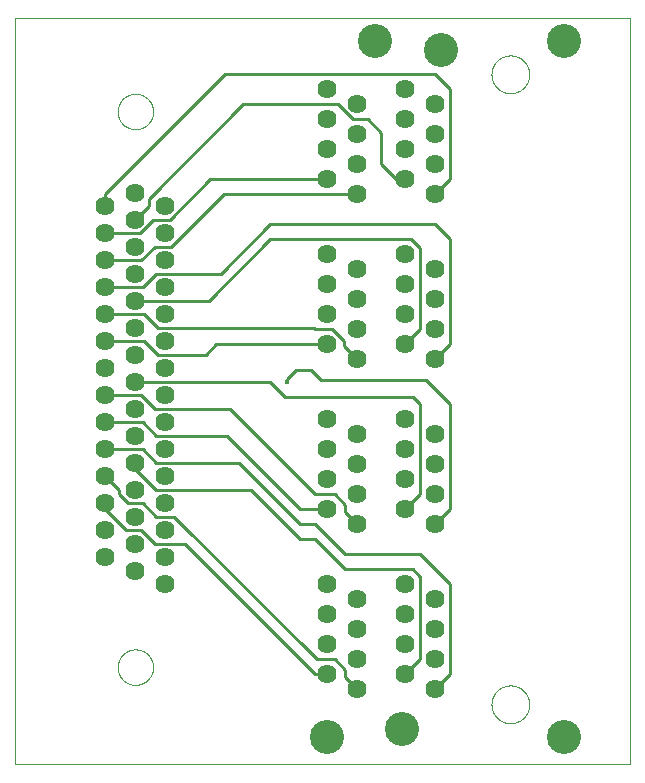
<source format=gtl>
G75*
%MOIN*%
%OFA0B0*%
%FSLAX25Y25*%
%IPPOS*%
%LPD*%
%AMOC8*
5,1,8,0,0,1.08239X$1,22.5*
%
%ADD10C,0.00000*%
%ADD11C,0.06378*%
%ADD12C,0.11339*%
%ADD13C,0.01000*%
%ADD14C,0.01781*%
D10*
X0030619Y0001000D02*
X0030619Y0249701D01*
X0235540Y0249701D01*
X0235540Y0001000D01*
X0030619Y0001000D01*
X0064713Y0033402D02*
X0064715Y0033555D01*
X0064721Y0033709D01*
X0064731Y0033862D01*
X0064745Y0034014D01*
X0064763Y0034167D01*
X0064785Y0034318D01*
X0064810Y0034469D01*
X0064840Y0034620D01*
X0064874Y0034770D01*
X0064911Y0034918D01*
X0064952Y0035066D01*
X0064997Y0035212D01*
X0065046Y0035358D01*
X0065099Y0035502D01*
X0065155Y0035644D01*
X0065215Y0035785D01*
X0065279Y0035925D01*
X0065346Y0036063D01*
X0065417Y0036199D01*
X0065492Y0036333D01*
X0065569Y0036465D01*
X0065651Y0036595D01*
X0065735Y0036723D01*
X0065823Y0036849D01*
X0065914Y0036972D01*
X0066008Y0037093D01*
X0066106Y0037211D01*
X0066206Y0037327D01*
X0066310Y0037440D01*
X0066416Y0037551D01*
X0066525Y0037659D01*
X0066637Y0037764D01*
X0066751Y0037865D01*
X0066869Y0037964D01*
X0066988Y0038060D01*
X0067110Y0038153D01*
X0067235Y0038242D01*
X0067362Y0038329D01*
X0067491Y0038411D01*
X0067622Y0038491D01*
X0067755Y0038567D01*
X0067890Y0038640D01*
X0068027Y0038709D01*
X0068166Y0038774D01*
X0068306Y0038836D01*
X0068448Y0038894D01*
X0068591Y0038949D01*
X0068736Y0039000D01*
X0068882Y0039047D01*
X0069029Y0039090D01*
X0069177Y0039129D01*
X0069326Y0039165D01*
X0069476Y0039196D01*
X0069627Y0039224D01*
X0069778Y0039248D01*
X0069931Y0039268D01*
X0070083Y0039284D01*
X0070236Y0039296D01*
X0070389Y0039304D01*
X0070542Y0039308D01*
X0070696Y0039308D01*
X0070849Y0039304D01*
X0071002Y0039296D01*
X0071155Y0039284D01*
X0071307Y0039268D01*
X0071460Y0039248D01*
X0071611Y0039224D01*
X0071762Y0039196D01*
X0071912Y0039165D01*
X0072061Y0039129D01*
X0072209Y0039090D01*
X0072356Y0039047D01*
X0072502Y0039000D01*
X0072647Y0038949D01*
X0072790Y0038894D01*
X0072932Y0038836D01*
X0073072Y0038774D01*
X0073211Y0038709D01*
X0073348Y0038640D01*
X0073483Y0038567D01*
X0073616Y0038491D01*
X0073747Y0038411D01*
X0073876Y0038329D01*
X0074003Y0038242D01*
X0074128Y0038153D01*
X0074250Y0038060D01*
X0074369Y0037964D01*
X0074487Y0037865D01*
X0074601Y0037764D01*
X0074713Y0037659D01*
X0074822Y0037551D01*
X0074928Y0037440D01*
X0075032Y0037327D01*
X0075132Y0037211D01*
X0075230Y0037093D01*
X0075324Y0036972D01*
X0075415Y0036849D01*
X0075503Y0036723D01*
X0075587Y0036595D01*
X0075669Y0036465D01*
X0075746Y0036333D01*
X0075821Y0036199D01*
X0075892Y0036063D01*
X0075959Y0035925D01*
X0076023Y0035785D01*
X0076083Y0035644D01*
X0076139Y0035502D01*
X0076192Y0035358D01*
X0076241Y0035212D01*
X0076286Y0035066D01*
X0076327Y0034918D01*
X0076364Y0034770D01*
X0076398Y0034620D01*
X0076428Y0034469D01*
X0076453Y0034318D01*
X0076475Y0034167D01*
X0076493Y0034014D01*
X0076507Y0033862D01*
X0076517Y0033709D01*
X0076523Y0033555D01*
X0076525Y0033402D01*
X0076523Y0033249D01*
X0076517Y0033095D01*
X0076507Y0032942D01*
X0076493Y0032790D01*
X0076475Y0032637D01*
X0076453Y0032486D01*
X0076428Y0032335D01*
X0076398Y0032184D01*
X0076364Y0032034D01*
X0076327Y0031886D01*
X0076286Y0031738D01*
X0076241Y0031592D01*
X0076192Y0031446D01*
X0076139Y0031302D01*
X0076083Y0031160D01*
X0076023Y0031019D01*
X0075959Y0030879D01*
X0075892Y0030741D01*
X0075821Y0030605D01*
X0075746Y0030471D01*
X0075669Y0030339D01*
X0075587Y0030209D01*
X0075503Y0030081D01*
X0075415Y0029955D01*
X0075324Y0029832D01*
X0075230Y0029711D01*
X0075132Y0029593D01*
X0075032Y0029477D01*
X0074928Y0029364D01*
X0074822Y0029253D01*
X0074713Y0029145D01*
X0074601Y0029040D01*
X0074487Y0028939D01*
X0074369Y0028840D01*
X0074250Y0028744D01*
X0074128Y0028651D01*
X0074003Y0028562D01*
X0073876Y0028475D01*
X0073747Y0028393D01*
X0073616Y0028313D01*
X0073483Y0028237D01*
X0073348Y0028164D01*
X0073211Y0028095D01*
X0073072Y0028030D01*
X0072932Y0027968D01*
X0072790Y0027910D01*
X0072647Y0027855D01*
X0072502Y0027804D01*
X0072356Y0027757D01*
X0072209Y0027714D01*
X0072061Y0027675D01*
X0071912Y0027639D01*
X0071762Y0027608D01*
X0071611Y0027580D01*
X0071460Y0027556D01*
X0071307Y0027536D01*
X0071155Y0027520D01*
X0071002Y0027508D01*
X0070849Y0027500D01*
X0070696Y0027496D01*
X0070542Y0027496D01*
X0070389Y0027500D01*
X0070236Y0027508D01*
X0070083Y0027520D01*
X0069931Y0027536D01*
X0069778Y0027556D01*
X0069627Y0027580D01*
X0069476Y0027608D01*
X0069326Y0027639D01*
X0069177Y0027675D01*
X0069029Y0027714D01*
X0068882Y0027757D01*
X0068736Y0027804D01*
X0068591Y0027855D01*
X0068448Y0027910D01*
X0068306Y0027968D01*
X0068166Y0028030D01*
X0068027Y0028095D01*
X0067890Y0028164D01*
X0067755Y0028237D01*
X0067622Y0028313D01*
X0067491Y0028393D01*
X0067362Y0028475D01*
X0067235Y0028562D01*
X0067110Y0028651D01*
X0066988Y0028744D01*
X0066869Y0028840D01*
X0066751Y0028939D01*
X0066637Y0029040D01*
X0066525Y0029145D01*
X0066416Y0029253D01*
X0066310Y0029364D01*
X0066206Y0029477D01*
X0066106Y0029593D01*
X0066008Y0029711D01*
X0065914Y0029832D01*
X0065823Y0029955D01*
X0065735Y0030081D01*
X0065651Y0030209D01*
X0065569Y0030339D01*
X0065492Y0030471D01*
X0065417Y0030605D01*
X0065346Y0030741D01*
X0065279Y0030879D01*
X0065215Y0031019D01*
X0065155Y0031160D01*
X0065099Y0031302D01*
X0065046Y0031446D01*
X0064997Y0031592D01*
X0064952Y0031738D01*
X0064911Y0031886D01*
X0064874Y0032034D01*
X0064840Y0032184D01*
X0064810Y0032335D01*
X0064785Y0032486D01*
X0064763Y0032637D01*
X0064745Y0032790D01*
X0064731Y0032942D01*
X0064721Y0033095D01*
X0064715Y0033249D01*
X0064713Y0033402D01*
X0189320Y0021000D02*
X0189322Y0021158D01*
X0189328Y0021316D01*
X0189338Y0021474D01*
X0189352Y0021632D01*
X0189370Y0021789D01*
X0189391Y0021946D01*
X0189417Y0022102D01*
X0189447Y0022258D01*
X0189480Y0022413D01*
X0189518Y0022566D01*
X0189559Y0022719D01*
X0189604Y0022871D01*
X0189653Y0023022D01*
X0189706Y0023171D01*
X0189762Y0023319D01*
X0189822Y0023465D01*
X0189886Y0023610D01*
X0189954Y0023753D01*
X0190025Y0023895D01*
X0190099Y0024035D01*
X0190177Y0024172D01*
X0190259Y0024308D01*
X0190343Y0024442D01*
X0190432Y0024573D01*
X0190523Y0024702D01*
X0190618Y0024829D01*
X0190715Y0024954D01*
X0190816Y0025076D01*
X0190920Y0025195D01*
X0191027Y0025312D01*
X0191137Y0025426D01*
X0191250Y0025537D01*
X0191365Y0025646D01*
X0191483Y0025751D01*
X0191604Y0025853D01*
X0191727Y0025953D01*
X0191853Y0026049D01*
X0191981Y0026142D01*
X0192111Y0026232D01*
X0192244Y0026318D01*
X0192379Y0026402D01*
X0192515Y0026481D01*
X0192654Y0026558D01*
X0192795Y0026630D01*
X0192937Y0026700D01*
X0193081Y0026765D01*
X0193227Y0026827D01*
X0193374Y0026885D01*
X0193523Y0026940D01*
X0193673Y0026991D01*
X0193824Y0027038D01*
X0193976Y0027081D01*
X0194129Y0027120D01*
X0194284Y0027156D01*
X0194439Y0027187D01*
X0194595Y0027215D01*
X0194751Y0027239D01*
X0194908Y0027259D01*
X0195066Y0027275D01*
X0195223Y0027287D01*
X0195382Y0027295D01*
X0195540Y0027299D01*
X0195698Y0027299D01*
X0195856Y0027295D01*
X0196015Y0027287D01*
X0196172Y0027275D01*
X0196330Y0027259D01*
X0196487Y0027239D01*
X0196643Y0027215D01*
X0196799Y0027187D01*
X0196954Y0027156D01*
X0197109Y0027120D01*
X0197262Y0027081D01*
X0197414Y0027038D01*
X0197565Y0026991D01*
X0197715Y0026940D01*
X0197864Y0026885D01*
X0198011Y0026827D01*
X0198157Y0026765D01*
X0198301Y0026700D01*
X0198443Y0026630D01*
X0198584Y0026558D01*
X0198723Y0026481D01*
X0198859Y0026402D01*
X0198994Y0026318D01*
X0199127Y0026232D01*
X0199257Y0026142D01*
X0199385Y0026049D01*
X0199511Y0025953D01*
X0199634Y0025853D01*
X0199755Y0025751D01*
X0199873Y0025646D01*
X0199988Y0025537D01*
X0200101Y0025426D01*
X0200211Y0025312D01*
X0200318Y0025195D01*
X0200422Y0025076D01*
X0200523Y0024954D01*
X0200620Y0024829D01*
X0200715Y0024702D01*
X0200806Y0024573D01*
X0200895Y0024442D01*
X0200979Y0024308D01*
X0201061Y0024172D01*
X0201139Y0024035D01*
X0201213Y0023895D01*
X0201284Y0023753D01*
X0201352Y0023610D01*
X0201416Y0023465D01*
X0201476Y0023319D01*
X0201532Y0023171D01*
X0201585Y0023022D01*
X0201634Y0022871D01*
X0201679Y0022719D01*
X0201720Y0022566D01*
X0201758Y0022413D01*
X0201791Y0022258D01*
X0201821Y0022102D01*
X0201847Y0021946D01*
X0201868Y0021789D01*
X0201886Y0021632D01*
X0201900Y0021474D01*
X0201910Y0021316D01*
X0201916Y0021158D01*
X0201918Y0021000D01*
X0201916Y0020842D01*
X0201910Y0020684D01*
X0201900Y0020526D01*
X0201886Y0020368D01*
X0201868Y0020211D01*
X0201847Y0020054D01*
X0201821Y0019898D01*
X0201791Y0019742D01*
X0201758Y0019587D01*
X0201720Y0019434D01*
X0201679Y0019281D01*
X0201634Y0019129D01*
X0201585Y0018978D01*
X0201532Y0018829D01*
X0201476Y0018681D01*
X0201416Y0018535D01*
X0201352Y0018390D01*
X0201284Y0018247D01*
X0201213Y0018105D01*
X0201139Y0017965D01*
X0201061Y0017828D01*
X0200979Y0017692D01*
X0200895Y0017558D01*
X0200806Y0017427D01*
X0200715Y0017298D01*
X0200620Y0017171D01*
X0200523Y0017046D01*
X0200422Y0016924D01*
X0200318Y0016805D01*
X0200211Y0016688D01*
X0200101Y0016574D01*
X0199988Y0016463D01*
X0199873Y0016354D01*
X0199755Y0016249D01*
X0199634Y0016147D01*
X0199511Y0016047D01*
X0199385Y0015951D01*
X0199257Y0015858D01*
X0199127Y0015768D01*
X0198994Y0015682D01*
X0198859Y0015598D01*
X0198723Y0015519D01*
X0198584Y0015442D01*
X0198443Y0015370D01*
X0198301Y0015300D01*
X0198157Y0015235D01*
X0198011Y0015173D01*
X0197864Y0015115D01*
X0197715Y0015060D01*
X0197565Y0015009D01*
X0197414Y0014962D01*
X0197262Y0014919D01*
X0197109Y0014880D01*
X0196954Y0014844D01*
X0196799Y0014813D01*
X0196643Y0014785D01*
X0196487Y0014761D01*
X0196330Y0014741D01*
X0196172Y0014725D01*
X0196015Y0014713D01*
X0195856Y0014705D01*
X0195698Y0014701D01*
X0195540Y0014701D01*
X0195382Y0014705D01*
X0195223Y0014713D01*
X0195066Y0014725D01*
X0194908Y0014741D01*
X0194751Y0014761D01*
X0194595Y0014785D01*
X0194439Y0014813D01*
X0194284Y0014844D01*
X0194129Y0014880D01*
X0193976Y0014919D01*
X0193824Y0014962D01*
X0193673Y0015009D01*
X0193523Y0015060D01*
X0193374Y0015115D01*
X0193227Y0015173D01*
X0193081Y0015235D01*
X0192937Y0015300D01*
X0192795Y0015370D01*
X0192654Y0015442D01*
X0192515Y0015519D01*
X0192379Y0015598D01*
X0192244Y0015682D01*
X0192111Y0015768D01*
X0191981Y0015858D01*
X0191853Y0015951D01*
X0191727Y0016047D01*
X0191604Y0016147D01*
X0191483Y0016249D01*
X0191365Y0016354D01*
X0191250Y0016463D01*
X0191137Y0016574D01*
X0191027Y0016688D01*
X0190920Y0016805D01*
X0190816Y0016924D01*
X0190715Y0017046D01*
X0190618Y0017171D01*
X0190523Y0017298D01*
X0190432Y0017427D01*
X0190343Y0017558D01*
X0190259Y0017692D01*
X0190177Y0017828D01*
X0190099Y0017965D01*
X0190025Y0018105D01*
X0189954Y0018247D01*
X0189886Y0018390D01*
X0189822Y0018535D01*
X0189762Y0018681D01*
X0189706Y0018829D01*
X0189653Y0018978D01*
X0189604Y0019129D01*
X0189559Y0019281D01*
X0189518Y0019434D01*
X0189480Y0019587D01*
X0189447Y0019742D01*
X0189417Y0019898D01*
X0189391Y0020054D01*
X0189370Y0020211D01*
X0189352Y0020368D01*
X0189338Y0020526D01*
X0189328Y0020684D01*
X0189322Y0020842D01*
X0189320Y0021000D01*
X0064713Y0218598D02*
X0064715Y0218751D01*
X0064721Y0218905D01*
X0064731Y0219058D01*
X0064745Y0219210D01*
X0064763Y0219363D01*
X0064785Y0219514D01*
X0064810Y0219665D01*
X0064840Y0219816D01*
X0064874Y0219966D01*
X0064911Y0220114D01*
X0064952Y0220262D01*
X0064997Y0220408D01*
X0065046Y0220554D01*
X0065099Y0220698D01*
X0065155Y0220840D01*
X0065215Y0220981D01*
X0065279Y0221121D01*
X0065346Y0221259D01*
X0065417Y0221395D01*
X0065492Y0221529D01*
X0065569Y0221661D01*
X0065651Y0221791D01*
X0065735Y0221919D01*
X0065823Y0222045D01*
X0065914Y0222168D01*
X0066008Y0222289D01*
X0066106Y0222407D01*
X0066206Y0222523D01*
X0066310Y0222636D01*
X0066416Y0222747D01*
X0066525Y0222855D01*
X0066637Y0222960D01*
X0066751Y0223061D01*
X0066869Y0223160D01*
X0066988Y0223256D01*
X0067110Y0223349D01*
X0067235Y0223438D01*
X0067362Y0223525D01*
X0067491Y0223607D01*
X0067622Y0223687D01*
X0067755Y0223763D01*
X0067890Y0223836D01*
X0068027Y0223905D01*
X0068166Y0223970D01*
X0068306Y0224032D01*
X0068448Y0224090D01*
X0068591Y0224145D01*
X0068736Y0224196D01*
X0068882Y0224243D01*
X0069029Y0224286D01*
X0069177Y0224325D01*
X0069326Y0224361D01*
X0069476Y0224392D01*
X0069627Y0224420D01*
X0069778Y0224444D01*
X0069931Y0224464D01*
X0070083Y0224480D01*
X0070236Y0224492D01*
X0070389Y0224500D01*
X0070542Y0224504D01*
X0070696Y0224504D01*
X0070849Y0224500D01*
X0071002Y0224492D01*
X0071155Y0224480D01*
X0071307Y0224464D01*
X0071460Y0224444D01*
X0071611Y0224420D01*
X0071762Y0224392D01*
X0071912Y0224361D01*
X0072061Y0224325D01*
X0072209Y0224286D01*
X0072356Y0224243D01*
X0072502Y0224196D01*
X0072647Y0224145D01*
X0072790Y0224090D01*
X0072932Y0224032D01*
X0073072Y0223970D01*
X0073211Y0223905D01*
X0073348Y0223836D01*
X0073483Y0223763D01*
X0073616Y0223687D01*
X0073747Y0223607D01*
X0073876Y0223525D01*
X0074003Y0223438D01*
X0074128Y0223349D01*
X0074250Y0223256D01*
X0074369Y0223160D01*
X0074487Y0223061D01*
X0074601Y0222960D01*
X0074713Y0222855D01*
X0074822Y0222747D01*
X0074928Y0222636D01*
X0075032Y0222523D01*
X0075132Y0222407D01*
X0075230Y0222289D01*
X0075324Y0222168D01*
X0075415Y0222045D01*
X0075503Y0221919D01*
X0075587Y0221791D01*
X0075669Y0221661D01*
X0075746Y0221529D01*
X0075821Y0221395D01*
X0075892Y0221259D01*
X0075959Y0221121D01*
X0076023Y0220981D01*
X0076083Y0220840D01*
X0076139Y0220698D01*
X0076192Y0220554D01*
X0076241Y0220408D01*
X0076286Y0220262D01*
X0076327Y0220114D01*
X0076364Y0219966D01*
X0076398Y0219816D01*
X0076428Y0219665D01*
X0076453Y0219514D01*
X0076475Y0219363D01*
X0076493Y0219210D01*
X0076507Y0219058D01*
X0076517Y0218905D01*
X0076523Y0218751D01*
X0076525Y0218598D01*
X0076523Y0218445D01*
X0076517Y0218291D01*
X0076507Y0218138D01*
X0076493Y0217986D01*
X0076475Y0217833D01*
X0076453Y0217682D01*
X0076428Y0217531D01*
X0076398Y0217380D01*
X0076364Y0217230D01*
X0076327Y0217082D01*
X0076286Y0216934D01*
X0076241Y0216788D01*
X0076192Y0216642D01*
X0076139Y0216498D01*
X0076083Y0216356D01*
X0076023Y0216215D01*
X0075959Y0216075D01*
X0075892Y0215937D01*
X0075821Y0215801D01*
X0075746Y0215667D01*
X0075669Y0215535D01*
X0075587Y0215405D01*
X0075503Y0215277D01*
X0075415Y0215151D01*
X0075324Y0215028D01*
X0075230Y0214907D01*
X0075132Y0214789D01*
X0075032Y0214673D01*
X0074928Y0214560D01*
X0074822Y0214449D01*
X0074713Y0214341D01*
X0074601Y0214236D01*
X0074487Y0214135D01*
X0074369Y0214036D01*
X0074250Y0213940D01*
X0074128Y0213847D01*
X0074003Y0213758D01*
X0073876Y0213671D01*
X0073747Y0213589D01*
X0073616Y0213509D01*
X0073483Y0213433D01*
X0073348Y0213360D01*
X0073211Y0213291D01*
X0073072Y0213226D01*
X0072932Y0213164D01*
X0072790Y0213106D01*
X0072647Y0213051D01*
X0072502Y0213000D01*
X0072356Y0212953D01*
X0072209Y0212910D01*
X0072061Y0212871D01*
X0071912Y0212835D01*
X0071762Y0212804D01*
X0071611Y0212776D01*
X0071460Y0212752D01*
X0071307Y0212732D01*
X0071155Y0212716D01*
X0071002Y0212704D01*
X0070849Y0212696D01*
X0070696Y0212692D01*
X0070542Y0212692D01*
X0070389Y0212696D01*
X0070236Y0212704D01*
X0070083Y0212716D01*
X0069931Y0212732D01*
X0069778Y0212752D01*
X0069627Y0212776D01*
X0069476Y0212804D01*
X0069326Y0212835D01*
X0069177Y0212871D01*
X0069029Y0212910D01*
X0068882Y0212953D01*
X0068736Y0213000D01*
X0068591Y0213051D01*
X0068448Y0213106D01*
X0068306Y0213164D01*
X0068166Y0213226D01*
X0068027Y0213291D01*
X0067890Y0213360D01*
X0067755Y0213433D01*
X0067622Y0213509D01*
X0067491Y0213589D01*
X0067362Y0213671D01*
X0067235Y0213758D01*
X0067110Y0213847D01*
X0066988Y0213940D01*
X0066869Y0214036D01*
X0066751Y0214135D01*
X0066637Y0214236D01*
X0066525Y0214341D01*
X0066416Y0214449D01*
X0066310Y0214560D01*
X0066206Y0214673D01*
X0066106Y0214789D01*
X0066008Y0214907D01*
X0065914Y0215028D01*
X0065823Y0215151D01*
X0065735Y0215277D01*
X0065651Y0215405D01*
X0065569Y0215535D01*
X0065492Y0215667D01*
X0065417Y0215801D01*
X0065346Y0215937D01*
X0065279Y0216075D01*
X0065215Y0216215D01*
X0065155Y0216356D01*
X0065099Y0216498D01*
X0065046Y0216642D01*
X0064997Y0216788D01*
X0064952Y0216934D01*
X0064911Y0217082D01*
X0064874Y0217230D01*
X0064840Y0217380D01*
X0064810Y0217531D01*
X0064785Y0217682D01*
X0064763Y0217833D01*
X0064745Y0217986D01*
X0064731Y0218138D01*
X0064721Y0218291D01*
X0064715Y0218445D01*
X0064713Y0218598D01*
X0189320Y0231000D02*
X0189322Y0231158D01*
X0189328Y0231316D01*
X0189338Y0231474D01*
X0189352Y0231632D01*
X0189370Y0231789D01*
X0189391Y0231946D01*
X0189417Y0232102D01*
X0189447Y0232258D01*
X0189480Y0232413D01*
X0189518Y0232566D01*
X0189559Y0232719D01*
X0189604Y0232871D01*
X0189653Y0233022D01*
X0189706Y0233171D01*
X0189762Y0233319D01*
X0189822Y0233465D01*
X0189886Y0233610D01*
X0189954Y0233753D01*
X0190025Y0233895D01*
X0190099Y0234035D01*
X0190177Y0234172D01*
X0190259Y0234308D01*
X0190343Y0234442D01*
X0190432Y0234573D01*
X0190523Y0234702D01*
X0190618Y0234829D01*
X0190715Y0234954D01*
X0190816Y0235076D01*
X0190920Y0235195D01*
X0191027Y0235312D01*
X0191137Y0235426D01*
X0191250Y0235537D01*
X0191365Y0235646D01*
X0191483Y0235751D01*
X0191604Y0235853D01*
X0191727Y0235953D01*
X0191853Y0236049D01*
X0191981Y0236142D01*
X0192111Y0236232D01*
X0192244Y0236318D01*
X0192379Y0236402D01*
X0192515Y0236481D01*
X0192654Y0236558D01*
X0192795Y0236630D01*
X0192937Y0236700D01*
X0193081Y0236765D01*
X0193227Y0236827D01*
X0193374Y0236885D01*
X0193523Y0236940D01*
X0193673Y0236991D01*
X0193824Y0237038D01*
X0193976Y0237081D01*
X0194129Y0237120D01*
X0194284Y0237156D01*
X0194439Y0237187D01*
X0194595Y0237215D01*
X0194751Y0237239D01*
X0194908Y0237259D01*
X0195066Y0237275D01*
X0195223Y0237287D01*
X0195382Y0237295D01*
X0195540Y0237299D01*
X0195698Y0237299D01*
X0195856Y0237295D01*
X0196015Y0237287D01*
X0196172Y0237275D01*
X0196330Y0237259D01*
X0196487Y0237239D01*
X0196643Y0237215D01*
X0196799Y0237187D01*
X0196954Y0237156D01*
X0197109Y0237120D01*
X0197262Y0237081D01*
X0197414Y0237038D01*
X0197565Y0236991D01*
X0197715Y0236940D01*
X0197864Y0236885D01*
X0198011Y0236827D01*
X0198157Y0236765D01*
X0198301Y0236700D01*
X0198443Y0236630D01*
X0198584Y0236558D01*
X0198723Y0236481D01*
X0198859Y0236402D01*
X0198994Y0236318D01*
X0199127Y0236232D01*
X0199257Y0236142D01*
X0199385Y0236049D01*
X0199511Y0235953D01*
X0199634Y0235853D01*
X0199755Y0235751D01*
X0199873Y0235646D01*
X0199988Y0235537D01*
X0200101Y0235426D01*
X0200211Y0235312D01*
X0200318Y0235195D01*
X0200422Y0235076D01*
X0200523Y0234954D01*
X0200620Y0234829D01*
X0200715Y0234702D01*
X0200806Y0234573D01*
X0200895Y0234442D01*
X0200979Y0234308D01*
X0201061Y0234172D01*
X0201139Y0234035D01*
X0201213Y0233895D01*
X0201284Y0233753D01*
X0201352Y0233610D01*
X0201416Y0233465D01*
X0201476Y0233319D01*
X0201532Y0233171D01*
X0201585Y0233022D01*
X0201634Y0232871D01*
X0201679Y0232719D01*
X0201720Y0232566D01*
X0201758Y0232413D01*
X0201791Y0232258D01*
X0201821Y0232102D01*
X0201847Y0231946D01*
X0201868Y0231789D01*
X0201886Y0231632D01*
X0201900Y0231474D01*
X0201910Y0231316D01*
X0201916Y0231158D01*
X0201918Y0231000D01*
X0201916Y0230842D01*
X0201910Y0230684D01*
X0201900Y0230526D01*
X0201886Y0230368D01*
X0201868Y0230211D01*
X0201847Y0230054D01*
X0201821Y0229898D01*
X0201791Y0229742D01*
X0201758Y0229587D01*
X0201720Y0229434D01*
X0201679Y0229281D01*
X0201634Y0229129D01*
X0201585Y0228978D01*
X0201532Y0228829D01*
X0201476Y0228681D01*
X0201416Y0228535D01*
X0201352Y0228390D01*
X0201284Y0228247D01*
X0201213Y0228105D01*
X0201139Y0227965D01*
X0201061Y0227828D01*
X0200979Y0227692D01*
X0200895Y0227558D01*
X0200806Y0227427D01*
X0200715Y0227298D01*
X0200620Y0227171D01*
X0200523Y0227046D01*
X0200422Y0226924D01*
X0200318Y0226805D01*
X0200211Y0226688D01*
X0200101Y0226574D01*
X0199988Y0226463D01*
X0199873Y0226354D01*
X0199755Y0226249D01*
X0199634Y0226147D01*
X0199511Y0226047D01*
X0199385Y0225951D01*
X0199257Y0225858D01*
X0199127Y0225768D01*
X0198994Y0225682D01*
X0198859Y0225598D01*
X0198723Y0225519D01*
X0198584Y0225442D01*
X0198443Y0225370D01*
X0198301Y0225300D01*
X0198157Y0225235D01*
X0198011Y0225173D01*
X0197864Y0225115D01*
X0197715Y0225060D01*
X0197565Y0225009D01*
X0197414Y0224962D01*
X0197262Y0224919D01*
X0197109Y0224880D01*
X0196954Y0224844D01*
X0196799Y0224813D01*
X0196643Y0224785D01*
X0196487Y0224761D01*
X0196330Y0224741D01*
X0196172Y0224725D01*
X0196015Y0224713D01*
X0195856Y0224705D01*
X0195698Y0224701D01*
X0195540Y0224701D01*
X0195382Y0224705D01*
X0195223Y0224713D01*
X0195066Y0224725D01*
X0194908Y0224741D01*
X0194751Y0224761D01*
X0194595Y0224785D01*
X0194439Y0224813D01*
X0194284Y0224844D01*
X0194129Y0224880D01*
X0193976Y0224919D01*
X0193824Y0224962D01*
X0193673Y0225009D01*
X0193523Y0225060D01*
X0193374Y0225115D01*
X0193227Y0225173D01*
X0193081Y0225235D01*
X0192937Y0225300D01*
X0192795Y0225370D01*
X0192654Y0225442D01*
X0192515Y0225519D01*
X0192379Y0225598D01*
X0192244Y0225682D01*
X0192111Y0225768D01*
X0191981Y0225858D01*
X0191853Y0225951D01*
X0191727Y0226047D01*
X0191604Y0226147D01*
X0191483Y0226249D01*
X0191365Y0226354D01*
X0191250Y0226463D01*
X0191137Y0226574D01*
X0191027Y0226688D01*
X0190920Y0226805D01*
X0190816Y0226924D01*
X0190715Y0227046D01*
X0190618Y0227171D01*
X0190523Y0227298D01*
X0190432Y0227427D01*
X0190343Y0227558D01*
X0190259Y0227692D01*
X0190177Y0227828D01*
X0190099Y0227965D01*
X0190025Y0228105D01*
X0189954Y0228247D01*
X0189886Y0228390D01*
X0189822Y0228535D01*
X0189762Y0228681D01*
X0189706Y0228829D01*
X0189653Y0228978D01*
X0189604Y0229129D01*
X0189559Y0229281D01*
X0189518Y0229434D01*
X0189480Y0229587D01*
X0189447Y0229742D01*
X0189417Y0229898D01*
X0189391Y0230054D01*
X0189370Y0230211D01*
X0189352Y0230368D01*
X0189338Y0230526D01*
X0189328Y0230684D01*
X0189322Y0230842D01*
X0189320Y0231000D01*
D11*
X0170619Y0221000D03*
X0170619Y0211000D03*
X0170619Y0201000D03*
X0170619Y0191000D03*
X0160619Y0196000D03*
X0160619Y0206000D03*
X0160619Y0216000D03*
X0160619Y0226000D03*
X0144635Y0221000D03*
X0144635Y0211000D03*
X0144635Y0201000D03*
X0144635Y0191000D03*
X0134635Y0196000D03*
X0134635Y0206000D03*
X0134635Y0216000D03*
X0134635Y0226000D03*
X0134635Y0171000D03*
X0134635Y0161000D03*
X0134635Y0151000D03*
X0134635Y0141000D03*
X0144635Y0136000D03*
X0144635Y0146000D03*
X0144635Y0156000D03*
X0144635Y0166000D03*
X0160619Y0161000D03*
X0160619Y0151000D03*
X0160619Y0141000D03*
X0170619Y0136000D03*
X0170619Y0146000D03*
X0170619Y0156000D03*
X0170619Y0166000D03*
X0160619Y0171000D03*
X0160619Y0116000D03*
X0160619Y0106000D03*
X0160619Y0096000D03*
X0160619Y0086000D03*
X0170619Y0081000D03*
X0170619Y0091000D03*
X0170619Y0101000D03*
X0170619Y0111000D03*
X0144635Y0111000D03*
X0144635Y0101000D03*
X0144635Y0091000D03*
X0144635Y0081000D03*
X0134635Y0086000D03*
X0134635Y0096000D03*
X0134635Y0106000D03*
X0134635Y0116000D03*
X0134635Y0061000D03*
X0134635Y0051000D03*
X0134635Y0041000D03*
X0134635Y0031000D03*
X0144635Y0026000D03*
X0144635Y0036000D03*
X0144635Y0046000D03*
X0144635Y0056000D03*
X0160619Y0051000D03*
X0160619Y0041000D03*
X0160619Y0031000D03*
X0170619Y0026000D03*
X0170619Y0036000D03*
X0170619Y0046000D03*
X0170619Y0056000D03*
X0160619Y0061000D03*
X0080619Y0061012D03*
X0080619Y0070012D03*
X0080619Y0079012D03*
X0080619Y0088012D03*
X0080619Y0097012D03*
X0080619Y0106012D03*
X0080619Y0115012D03*
X0080619Y0124012D03*
X0080619Y0133012D03*
X0080619Y0142012D03*
X0080619Y0151012D03*
X0080619Y0160012D03*
X0080619Y0169012D03*
X0080619Y0178012D03*
X0080619Y0187012D03*
X0070619Y0191512D03*
X0070619Y0182512D03*
X0070619Y0173512D03*
X0070619Y0164512D03*
X0070619Y0155512D03*
X0070619Y0146512D03*
X0070619Y0137512D03*
X0070619Y0128512D03*
X0070619Y0119512D03*
X0070619Y0110512D03*
X0070619Y0101512D03*
X0070619Y0092512D03*
X0070619Y0083512D03*
X0070619Y0074512D03*
X0070619Y0065512D03*
X0060619Y0070012D03*
X0060619Y0079012D03*
X0060619Y0088012D03*
X0060619Y0097012D03*
X0060619Y0106012D03*
X0060619Y0115012D03*
X0060619Y0124012D03*
X0060619Y0133012D03*
X0060619Y0142012D03*
X0060619Y0151012D03*
X0060619Y0160012D03*
X0060619Y0169012D03*
X0060619Y0178012D03*
X0060619Y0187012D03*
D12*
X0150619Y0242024D03*
X0172587Y0239071D03*
X0213611Y0242024D03*
X0159595Y0012929D03*
X0134595Y0009976D03*
X0213611Y0009976D03*
D13*
X0175619Y0031000D02*
X0170619Y0026000D01*
X0175619Y0031000D02*
X0175619Y0061000D01*
X0165619Y0071000D01*
X0140619Y0071000D01*
X0130619Y0081000D01*
X0125619Y0081000D01*
X0105119Y0101500D01*
X0077619Y0101500D01*
X0073107Y0106012D01*
X0060619Y0106012D01*
X0060619Y0115012D02*
X0073107Y0115012D01*
X0077619Y0110500D01*
X0101119Y0110500D01*
X0125619Y0086000D01*
X0134635Y0086000D01*
X0137119Y0091000D02*
X0130619Y0091000D01*
X0102119Y0119500D01*
X0077119Y0119500D01*
X0072607Y0124012D01*
X0060619Y0124012D01*
X0070619Y0128512D02*
X0115607Y0128512D01*
X0120619Y0123500D01*
X0163119Y0123500D01*
X0165619Y0121000D01*
X0165619Y0091000D01*
X0160619Y0086000D01*
X0170619Y0081000D02*
X0175619Y0086000D01*
X0175619Y0121000D01*
X0167619Y0129000D01*
X0132619Y0129000D01*
X0129119Y0132500D01*
X0124119Y0132500D01*
X0121119Y0129500D01*
X0121119Y0128500D01*
X0134635Y0141000D02*
X0097619Y0141000D01*
X0094119Y0137500D01*
X0078119Y0137500D01*
X0073619Y0142000D01*
X0072643Y0142000D01*
X0072631Y0142012D01*
X0060619Y0142012D01*
X0060631Y0151000D02*
X0073619Y0151000D01*
X0078119Y0146500D01*
X0130119Y0146500D01*
X0130619Y0146000D01*
X0136119Y0146000D01*
X0140119Y0142000D01*
X0140119Y0140516D01*
X0144635Y0136000D01*
X0160619Y0141000D02*
X0165619Y0146000D01*
X0165619Y0173000D01*
X0162619Y0176000D01*
X0115619Y0176000D01*
X0095131Y0155512D01*
X0070619Y0155512D01*
X0073131Y0160012D02*
X0077619Y0164500D01*
X0099119Y0164500D01*
X0115619Y0181000D01*
X0170619Y0181000D01*
X0175619Y0176000D01*
X0175619Y0141000D01*
X0170619Y0136000D01*
X0137119Y0091000D02*
X0140619Y0087500D01*
X0140619Y0085016D01*
X0144635Y0081000D01*
X0130619Y0076000D02*
X0140619Y0066000D01*
X0163119Y0066000D01*
X0165619Y0063500D01*
X0165619Y0036000D01*
X0160619Y0031000D01*
X0144635Y0026000D02*
X0140619Y0030016D01*
X0140619Y0032500D01*
X0137119Y0036000D01*
X0131119Y0036000D01*
X0083619Y0083500D01*
X0077619Y0083500D01*
X0073119Y0088000D01*
X0068119Y0088000D01*
X0065119Y0091000D01*
X0065119Y0092500D01*
X0060619Y0097000D01*
X0060619Y0097012D01*
X0060619Y0088012D02*
X0060619Y0086000D01*
X0067619Y0079000D01*
X0072619Y0079000D01*
X0077119Y0074500D01*
X0087119Y0074500D01*
X0130619Y0031000D01*
X0134635Y0031000D01*
X0130619Y0076000D02*
X0125619Y0076000D01*
X0109119Y0092500D01*
X0077619Y0092500D01*
X0070619Y0099500D01*
X0070619Y0101512D01*
X0060631Y0151000D02*
X0060619Y0151012D01*
X0060619Y0160012D02*
X0073131Y0160012D01*
X0072619Y0169000D02*
X0077119Y0173500D01*
X0082619Y0173500D01*
X0100119Y0191000D01*
X0144635Y0191000D01*
X0134635Y0196000D02*
X0095619Y0196000D01*
X0082119Y0182500D01*
X0076619Y0182500D01*
X0072119Y0178000D01*
X0060631Y0178000D01*
X0060619Y0178012D01*
X0060619Y0187012D02*
X0060619Y0191000D01*
X0100619Y0231000D01*
X0104607Y0231000D01*
X0105619Y0231000D01*
X0170619Y0231000D01*
X0175619Y0226000D01*
X0175619Y0196000D01*
X0170619Y0191000D01*
X0160619Y0196000D02*
X0157619Y0196000D01*
X0152619Y0201000D01*
X0152619Y0211500D01*
X0148119Y0216000D01*
X0143119Y0216000D01*
X0138119Y0221000D01*
X0106619Y0221000D01*
X0075119Y0189500D01*
X0075119Y0187012D01*
X0070619Y0182512D01*
X0072619Y0169000D02*
X0060631Y0169000D01*
X0060619Y0169012D01*
D14*
X0121119Y0128500D03*
M02*

</source>
